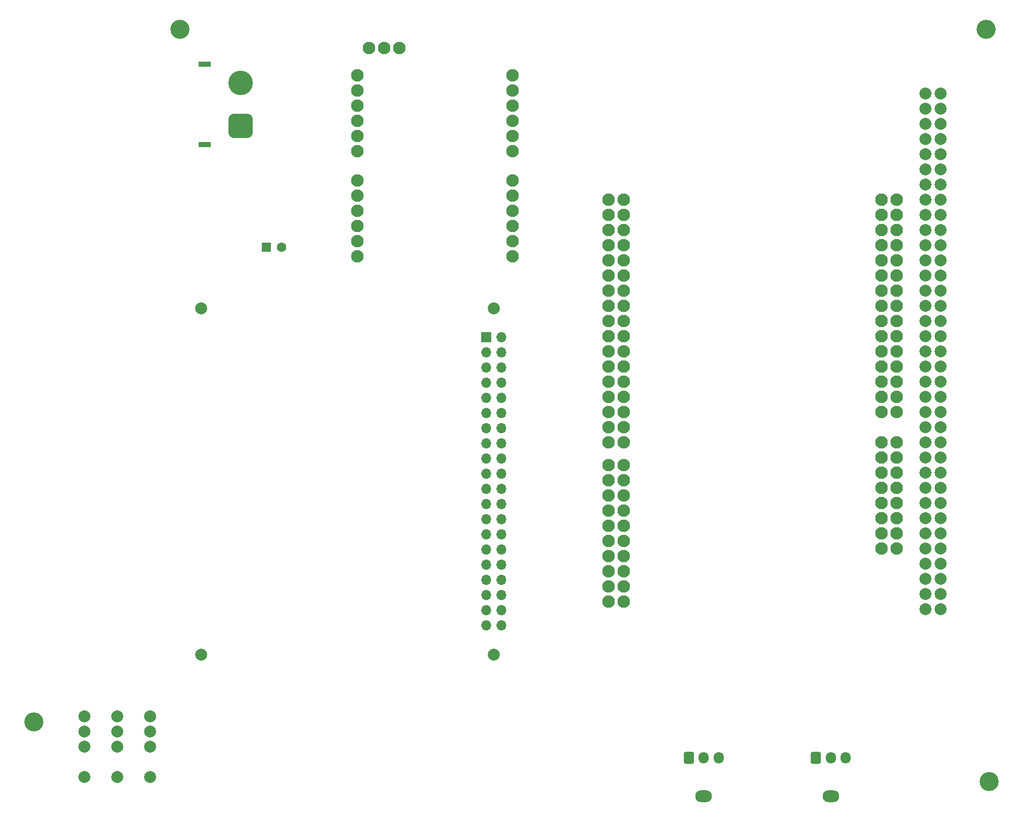
<source format=gbr>
%TF.GenerationSoftware,KiCad,Pcbnew,9.0.2*%
%TF.CreationDate,2025-09-29T11:38:53+09:00*%
%TF.ProjectId,RDC_Humanoid_Logic,5244435f-4875-46d6-916e-6f69645f4c6f,rev?*%
%TF.SameCoordinates,Original*%
%TF.FileFunction,Soldermask,Bot*%
%TF.FilePolarity,Negative*%
%FSLAX46Y46*%
G04 Gerber Fmt 4.6, Leading zero omitted, Abs format (unit mm)*
G04 Created by KiCad (PCBNEW 9.0.2) date 2025-09-29 11:38:53*
%MOMM*%
%LPD*%
G01*
G04 APERTURE LIST*
G04 Aperture macros list*
%AMRoundRect*
0 Rectangle with rounded corners*
0 $1 Rounding radius*
0 $2 $3 $4 $5 $6 $7 $8 $9 X,Y pos of 4 corners*
0 Add a 4 corners polygon primitive as box body*
4,1,4,$2,$3,$4,$5,$6,$7,$8,$9,$2,$3,0*
0 Add four circle primitives for the rounded corners*
1,1,$1+$1,$2,$3*
1,1,$1+$1,$4,$5*
1,1,$1+$1,$6,$7*
1,1,$1+$1,$8,$9*
0 Add four rect primitives between the rounded corners*
20,1,$1+$1,$2,$3,$4,$5,0*
20,1,$1+$1,$4,$5,$6,$7,0*
20,1,$1+$1,$6,$7,$8,$9,0*
20,1,$1+$1,$8,$9,$2,$3,0*%
G04 Aperture macros list end*
%ADD10C,2.100000*%
%ADD11C,2.000000*%
%ADD12O,2.800000X2.000000*%
%ADD13RoundRect,0.250000X-0.600000X-0.725000X0.600000X-0.725000X0.600000X0.725000X-0.600000X0.725000X0*%
%ADD14O,1.700000X1.950000*%
%ADD15R,1.700000X1.700000*%
%ADD16O,1.700000X1.700000*%
%ADD17C,3.200000*%
%ADD18R,1.600000X1.600000*%
%ADD19C,1.600000*%
%ADD20R,2.000000X0.900000*%
%ADD21RoundRect,1.025000X1.025000X-1.025000X1.025000X1.025000X-1.025000X1.025000X-1.025000X-1.025000X0*%
%ADD22C,4.100000*%
G04 APERTURE END LIST*
D10*
%TO.C,U3*%
X206000000Y-118960000D03*
X203460000Y-118960000D03*
X206000000Y-116420000D03*
X203460000Y-116420000D03*
X206000000Y-113880000D03*
X203460000Y-113880000D03*
X206000000Y-111340000D03*
X203460000Y-111340000D03*
X206000000Y-108800000D03*
X203460000Y-108800000D03*
X206000000Y-106260000D03*
X203460000Y-106260000D03*
X206000000Y-103720000D03*
X203460000Y-103720000D03*
X206000000Y-101180000D03*
X203460000Y-101180000D03*
X206000000Y-96100000D03*
X203460000Y-96100000D03*
X206000000Y-93560000D03*
X203460000Y-93560000D03*
X206000000Y-91020000D03*
X203460000Y-91020000D03*
X206000000Y-88480000D03*
X203460000Y-88480000D03*
X206000000Y-85940000D03*
X203460000Y-85940000D03*
X206000000Y-83400000D03*
X203460000Y-83400000D03*
X206000000Y-80860000D03*
X203460000Y-80860000D03*
X206000000Y-78320000D03*
X203460000Y-78320000D03*
X206000000Y-75780000D03*
X203460000Y-75780000D03*
X206000000Y-73240000D03*
X203460000Y-73240000D03*
X206000000Y-70700000D03*
X203460000Y-70700000D03*
X206000000Y-68160000D03*
X203460000Y-68160000D03*
X206000000Y-65620000D03*
X203460000Y-65620000D03*
X206000000Y-63080000D03*
X203460000Y-63080000D03*
X206000000Y-60540000D03*
X203460000Y-60540000D03*
X160280000Y-127850000D03*
X157740000Y-127850000D03*
X160280000Y-125310000D03*
X157740000Y-125310000D03*
X160280000Y-122770000D03*
X157740000Y-122770000D03*
X160280000Y-120230000D03*
X157740000Y-120230000D03*
X160280000Y-117690000D03*
X157740000Y-117690000D03*
X160280000Y-115150000D03*
X157740000Y-115150000D03*
X160280000Y-112610000D03*
X157740000Y-112610000D03*
X160280000Y-110070000D03*
X157740000Y-110070000D03*
X160280000Y-107530000D03*
X157740000Y-107530000D03*
X160280000Y-104990000D03*
X157740000Y-104990000D03*
X160280000Y-101180000D03*
X157740000Y-101180000D03*
X160280000Y-98640000D03*
X157740000Y-98640000D03*
X160280000Y-96100000D03*
X157740000Y-96100000D03*
X160280000Y-93560000D03*
X157740000Y-93560000D03*
X160280000Y-91020000D03*
X157740000Y-91020000D03*
X160280000Y-88480000D03*
X157740000Y-88480000D03*
X160280000Y-85940000D03*
X157740000Y-85940000D03*
X160280000Y-83400000D03*
X157740000Y-83400000D03*
X160280000Y-80860000D03*
X157740000Y-80860000D03*
X160280000Y-78320000D03*
X157740000Y-78320000D03*
X160280000Y-75780000D03*
X157740000Y-75780000D03*
X160280000Y-73240000D03*
X157740000Y-73240000D03*
X160280000Y-70700000D03*
X157740000Y-70700000D03*
X160280000Y-68160000D03*
X157740000Y-68160000D03*
X160280000Y-65620000D03*
X157740000Y-65620000D03*
X160280000Y-63080000D03*
X157740000Y-63080000D03*
X160280000Y-60540000D03*
X157740000Y-60540000D03*
D11*
X213370000Y-129120000D03*
X210830000Y-129120000D03*
X213370000Y-126580000D03*
X210830000Y-126580000D03*
X213370000Y-124040000D03*
X210830000Y-124040000D03*
X213370000Y-121500000D03*
X210830000Y-121500000D03*
X213370000Y-118960000D03*
X210830000Y-118960000D03*
X213370000Y-116420000D03*
X210830000Y-116420000D03*
X213370000Y-113880000D03*
X210830000Y-113880000D03*
X213370000Y-111340000D03*
X210830000Y-111340000D03*
X213370000Y-108800000D03*
X210830000Y-108800000D03*
X213370000Y-106260000D03*
X210830000Y-106260000D03*
X213370000Y-103720000D03*
X210830000Y-103720000D03*
X213370000Y-101180000D03*
X210830000Y-101180000D03*
X213370000Y-98640000D03*
X210830000Y-98640000D03*
X213370000Y-96100000D03*
X210830000Y-96100000D03*
X213370000Y-93560000D03*
X210830000Y-93560000D03*
X213370000Y-91020000D03*
X210830000Y-91020000D03*
X213370000Y-88480000D03*
X210830000Y-88480000D03*
X213370000Y-85940000D03*
X210830000Y-85940000D03*
X213370000Y-83400000D03*
X210830000Y-83400000D03*
X213370000Y-80860000D03*
X210830000Y-80860000D03*
X213370000Y-78320000D03*
X210830000Y-78320000D03*
X213370000Y-75780000D03*
X210830000Y-75780000D03*
X213370000Y-73240000D03*
X210830000Y-73240000D03*
X213370000Y-70700000D03*
X210830000Y-70700000D03*
X213370000Y-68160000D03*
X210830000Y-68160000D03*
X213370000Y-65620000D03*
X210830000Y-65620000D03*
X213370000Y-63080000D03*
X210830000Y-63080000D03*
X213370000Y-60540000D03*
X210830000Y-60540000D03*
X213370000Y-58000000D03*
X210830000Y-58000000D03*
X213370000Y-55460000D03*
X210830000Y-55460000D03*
X213370000Y-52920000D03*
X210830000Y-52920000D03*
X213370000Y-50380000D03*
X210830000Y-50380000D03*
X213370000Y-47840000D03*
X210830000Y-47840000D03*
X213370000Y-45300000D03*
X210830000Y-45300000D03*
X213370000Y-42760000D03*
X210830000Y-42760000D03*
%TD*%
D12*
%TO.C,J3*%
X195000000Y-160500000D03*
D13*
X192500000Y-154000000D03*
D14*
X195000000Y-154000000D03*
X197500000Y-154000000D03*
%TD*%
D10*
%TO.C,for_PG1*%
X117613000Y-35160000D03*
X120153000Y-35160000D03*
X122693000Y-35160000D03*
%TD*%
D11*
%TO.C,SW1*%
X80975000Y-157246250D03*
X80975000Y-152166250D03*
X80975000Y-149626250D03*
X80975000Y-147086250D03*
%TD*%
%TO.C,SW3*%
X69975000Y-157206250D03*
X69975000Y-152126250D03*
X69975000Y-149586250D03*
X69975000Y-147046250D03*
%TD*%
%TO.C,J4*%
X89500000Y-78750000D03*
X89500000Y-136750000D03*
X138500000Y-78750000D03*
X138500000Y-136750000D03*
D15*
X137230000Y-83620000D03*
D16*
X139770000Y-83620000D03*
X137230000Y-86160000D03*
X139770000Y-86160000D03*
X137230000Y-88700000D03*
X139770000Y-88700000D03*
X137230000Y-91240000D03*
X139770000Y-91240000D03*
X137230000Y-93780000D03*
X139770000Y-93780000D03*
X137230000Y-96320000D03*
X139770000Y-96320000D03*
X137230000Y-98860000D03*
X139770000Y-98860000D03*
X137230000Y-101400000D03*
X139770000Y-101400000D03*
X137230000Y-103940000D03*
X139770000Y-103940000D03*
X137230000Y-106480000D03*
X139770000Y-106480000D03*
X137230000Y-109020000D03*
X139770000Y-109020000D03*
X137230000Y-111560000D03*
X139770000Y-111560000D03*
X137230000Y-114100000D03*
X139770000Y-114100000D03*
X137230000Y-116640000D03*
X139770000Y-116640000D03*
X137230000Y-119180000D03*
X139770000Y-119180000D03*
X137230000Y-121720000D03*
X139770000Y-121720000D03*
X137230000Y-124260000D03*
X139770000Y-124260000D03*
X137230000Y-126800000D03*
X139770000Y-126800000D03*
X137230000Y-129340000D03*
X139770000Y-129340000D03*
X137230000Y-131880000D03*
X139770000Y-131880000D03*
%TD*%
D12*
%TO.C,J2*%
X173700000Y-160500000D03*
D13*
X171200000Y-154000000D03*
D14*
X173700000Y-154000000D03*
X176200000Y-154000000D03*
%TD*%
D10*
%TO.C,to_STM1*%
X115673000Y-39710000D03*
X115673000Y-42250000D03*
X115673000Y-44790000D03*
X115673000Y-47330000D03*
X115673000Y-49870000D03*
X115673000Y-52410000D03*
X141633000Y-52410000D03*
X141633000Y-49870000D03*
X141633000Y-47330000D03*
X141633000Y-44790000D03*
X141633000Y-42250000D03*
X141633000Y-39710000D03*
%TD*%
D17*
%TO.C,H1*%
X221000000Y-32000000D03*
%TD*%
%TO.C,H2*%
X86000000Y-32000000D03*
%TD*%
D10*
%TO.C,to_RPI1*%
X115673000Y-57310000D03*
X115673000Y-59850000D03*
X115673000Y-62390000D03*
X115673000Y-64930000D03*
X115673000Y-67470000D03*
X115673000Y-70010000D03*
X141633000Y-70010000D03*
X141633000Y-67470000D03*
X141633000Y-64930000D03*
X141633000Y-62390000D03*
X141633000Y-59850000D03*
X141633000Y-57310000D03*
%TD*%
D11*
%TO.C,SW2*%
X75475000Y-157246250D03*
X75475000Y-152166250D03*
X75475000Y-149626250D03*
X75475000Y-147086250D03*
%TD*%
D17*
%TO.C,H4*%
X61500000Y-148000000D03*
%TD*%
%TO.C,H3*%
X221500000Y-158000000D03*
%TD*%
D18*
%TO.C,C1*%
X100456000Y-68536000D03*
D19*
X102956000Y-68536000D03*
%TD*%
D20*
%TO.C,J1*%
X90150000Y-51350000D03*
X90150000Y-37850000D03*
D21*
X96150000Y-48200000D03*
D22*
X96150000Y-41000000D03*
%TD*%
M02*

</source>
